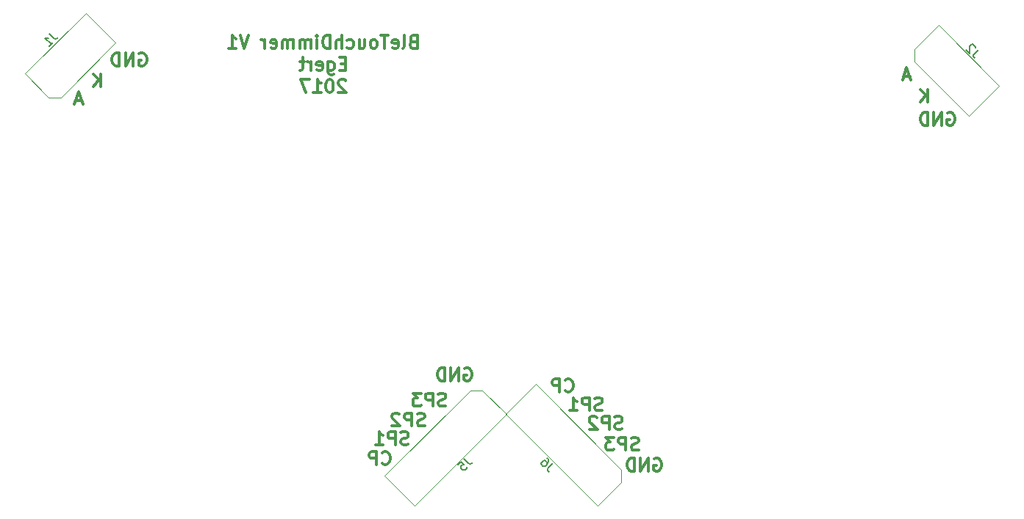
<source format=gbr>
%TF.GenerationSoftware,KiCad,Pcbnew,4.0.7*%
%TF.CreationDate,2017-11-04T21:18:15+02:00*%
%TF.ProjectId,BleTouchDimmer,426C65546F75636844696D6D65722E6B,rev?*%
%TF.FileFunction,Legend,Bot*%
%FSLAX46Y46*%
G04 Gerber Fmt 4.6, Leading zero omitted, Abs format (unit mm)*
G04 Created by KiCad (PCBNEW 4.0.7) date 11/04/17 21:18:15*
%MOMM*%
%LPD*%
G01*
G04 APERTURE LIST*
%ADD10C,0.100000*%
%ADD11C,0.300000*%
%ADD12C,0.120000*%
%ADD13C,0.150000*%
G04 APERTURE END LIST*
D10*
D11*
X150021427Y-66176857D02*
X149807141Y-66248286D01*
X149735713Y-66319714D01*
X149664284Y-66462571D01*
X149664284Y-66676857D01*
X149735713Y-66819714D01*
X149807141Y-66891143D01*
X149949999Y-66962571D01*
X150521427Y-66962571D01*
X150521427Y-65462571D01*
X150021427Y-65462571D01*
X149878570Y-65534000D01*
X149807141Y-65605429D01*
X149735713Y-65748286D01*
X149735713Y-65891143D01*
X149807141Y-66034000D01*
X149878570Y-66105429D01*
X150021427Y-66176857D01*
X150521427Y-66176857D01*
X148807141Y-66962571D02*
X148949999Y-66891143D01*
X149021427Y-66748286D01*
X149021427Y-65462571D01*
X147664285Y-66891143D02*
X147807142Y-66962571D01*
X148092856Y-66962571D01*
X148235713Y-66891143D01*
X148307142Y-66748286D01*
X148307142Y-66176857D01*
X148235713Y-66034000D01*
X148092856Y-65962571D01*
X147807142Y-65962571D01*
X147664285Y-66034000D01*
X147592856Y-66176857D01*
X147592856Y-66319714D01*
X148307142Y-66462571D01*
X147164285Y-65462571D02*
X146307142Y-65462571D01*
X146735713Y-66962571D02*
X146735713Y-65462571D01*
X145592856Y-66962571D02*
X145735714Y-66891143D01*
X145807142Y-66819714D01*
X145878571Y-66676857D01*
X145878571Y-66248286D01*
X145807142Y-66105429D01*
X145735714Y-66034000D01*
X145592856Y-65962571D01*
X145378571Y-65962571D01*
X145235714Y-66034000D01*
X145164285Y-66105429D01*
X145092856Y-66248286D01*
X145092856Y-66676857D01*
X145164285Y-66819714D01*
X145235714Y-66891143D01*
X145378571Y-66962571D01*
X145592856Y-66962571D01*
X143807142Y-65962571D02*
X143807142Y-66962571D01*
X144449999Y-65962571D02*
X144449999Y-66748286D01*
X144378571Y-66891143D01*
X144235713Y-66962571D01*
X144021428Y-66962571D01*
X143878571Y-66891143D01*
X143807142Y-66819714D01*
X142449999Y-66891143D02*
X142592856Y-66962571D01*
X142878570Y-66962571D01*
X143021428Y-66891143D01*
X143092856Y-66819714D01*
X143164285Y-66676857D01*
X143164285Y-66248286D01*
X143092856Y-66105429D01*
X143021428Y-66034000D01*
X142878570Y-65962571D01*
X142592856Y-65962571D01*
X142449999Y-66034000D01*
X141807142Y-66962571D02*
X141807142Y-65462571D01*
X141164285Y-66962571D02*
X141164285Y-66176857D01*
X141235714Y-66034000D01*
X141378571Y-65962571D01*
X141592856Y-65962571D01*
X141735714Y-66034000D01*
X141807142Y-66105429D01*
X140449999Y-66962571D02*
X140449999Y-65462571D01*
X140092856Y-65462571D01*
X139878571Y-65534000D01*
X139735713Y-65676857D01*
X139664285Y-65819714D01*
X139592856Y-66105429D01*
X139592856Y-66319714D01*
X139664285Y-66605429D01*
X139735713Y-66748286D01*
X139878571Y-66891143D01*
X140092856Y-66962571D01*
X140449999Y-66962571D01*
X138949999Y-66962571D02*
X138949999Y-65962571D01*
X138949999Y-65462571D02*
X139021428Y-65534000D01*
X138949999Y-65605429D01*
X138878571Y-65534000D01*
X138949999Y-65462571D01*
X138949999Y-65605429D01*
X138235713Y-66962571D02*
X138235713Y-65962571D01*
X138235713Y-66105429D02*
X138164285Y-66034000D01*
X138021427Y-65962571D01*
X137807142Y-65962571D01*
X137664285Y-66034000D01*
X137592856Y-66176857D01*
X137592856Y-66962571D01*
X137592856Y-66176857D02*
X137521427Y-66034000D01*
X137378570Y-65962571D01*
X137164285Y-65962571D01*
X137021427Y-66034000D01*
X136949999Y-66176857D01*
X136949999Y-66962571D01*
X136235713Y-66962571D02*
X136235713Y-65962571D01*
X136235713Y-66105429D02*
X136164285Y-66034000D01*
X136021427Y-65962571D01*
X135807142Y-65962571D01*
X135664285Y-66034000D01*
X135592856Y-66176857D01*
X135592856Y-66962571D01*
X135592856Y-66176857D02*
X135521427Y-66034000D01*
X135378570Y-65962571D01*
X135164285Y-65962571D01*
X135021427Y-66034000D01*
X134949999Y-66176857D01*
X134949999Y-66962571D01*
X133664285Y-66891143D02*
X133807142Y-66962571D01*
X134092856Y-66962571D01*
X134235713Y-66891143D01*
X134307142Y-66748286D01*
X134307142Y-66176857D01*
X134235713Y-66034000D01*
X134092856Y-65962571D01*
X133807142Y-65962571D01*
X133664285Y-66034000D01*
X133592856Y-66176857D01*
X133592856Y-66319714D01*
X134307142Y-66462571D01*
X132949999Y-66962571D02*
X132949999Y-65962571D01*
X132949999Y-66248286D02*
X132878571Y-66105429D01*
X132807142Y-66034000D01*
X132664285Y-65962571D01*
X132521428Y-65962571D01*
X131092857Y-65462571D02*
X130592857Y-66962571D01*
X130092857Y-65462571D01*
X128807143Y-66962571D02*
X129664286Y-66962571D01*
X129235714Y-66962571D02*
X129235714Y-65462571D01*
X129378571Y-65676857D01*
X129521429Y-65819714D01*
X129664286Y-65891143D01*
X142235714Y-68726857D02*
X141735714Y-68726857D01*
X141521428Y-69512571D02*
X142235714Y-69512571D01*
X142235714Y-68012571D01*
X141521428Y-68012571D01*
X140235714Y-68512571D02*
X140235714Y-69726857D01*
X140307143Y-69869714D01*
X140378571Y-69941143D01*
X140521428Y-70012571D01*
X140735714Y-70012571D01*
X140878571Y-69941143D01*
X140235714Y-69441143D02*
X140378571Y-69512571D01*
X140664285Y-69512571D01*
X140807143Y-69441143D01*
X140878571Y-69369714D01*
X140950000Y-69226857D01*
X140950000Y-68798286D01*
X140878571Y-68655429D01*
X140807143Y-68584000D01*
X140664285Y-68512571D01*
X140378571Y-68512571D01*
X140235714Y-68584000D01*
X138950000Y-69441143D02*
X139092857Y-69512571D01*
X139378571Y-69512571D01*
X139521428Y-69441143D01*
X139592857Y-69298286D01*
X139592857Y-68726857D01*
X139521428Y-68584000D01*
X139378571Y-68512571D01*
X139092857Y-68512571D01*
X138950000Y-68584000D01*
X138878571Y-68726857D01*
X138878571Y-68869714D01*
X139592857Y-69012571D01*
X138235714Y-69512571D02*
X138235714Y-68512571D01*
X138235714Y-68798286D02*
X138164286Y-68655429D01*
X138092857Y-68584000D01*
X137950000Y-68512571D01*
X137807143Y-68512571D01*
X137521429Y-68512571D02*
X136950000Y-68512571D01*
X137307143Y-68012571D02*
X137307143Y-69298286D01*
X137235715Y-69441143D01*
X137092857Y-69512571D01*
X136950000Y-69512571D01*
X142271428Y-70705429D02*
X142199999Y-70634000D01*
X142057142Y-70562571D01*
X141699999Y-70562571D01*
X141557142Y-70634000D01*
X141485713Y-70705429D01*
X141414285Y-70848286D01*
X141414285Y-70991143D01*
X141485713Y-71205429D01*
X142342856Y-72062571D01*
X141414285Y-72062571D01*
X140485714Y-70562571D02*
X140342857Y-70562571D01*
X140200000Y-70634000D01*
X140128571Y-70705429D01*
X140057142Y-70848286D01*
X139985714Y-71134000D01*
X139985714Y-71491143D01*
X140057142Y-71776857D01*
X140128571Y-71919714D01*
X140200000Y-71991143D01*
X140342857Y-72062571D01*
X140485714Y-72062571D01*
X140628571Y-71991143D01*
X140700000Y-71919714D01*
X140771428Y-71776857D01*
X140842857Y-71491143D01*
X140842857Y-71134000D01*
X140771428Y-70848286D01*
X140700000Y-70705429D01*
X140628571Y-70634000D01*
X140485714Y-70562571D01*
X138557143Y-72062571D02*
X139414286Y-72062571D01*
X138985714Y-72062571D02*
X138985714Y-70562571D01*
X139128571Y-70776857D01*
X139271429Y-70919714D01*
X139414286Y-70991143D01*
X138057143Y-70562571D02*
X137057143Y-70562571D01*
X137700000Y-72062571D01*
X153784857Y-108176143D02*
X153570571Y-108247571D01*
X153213428Y-108247571D01*
X153070571Y-108176143D01*
X152999142Y-108104714D01*
X152927714Y-107961857D01*
X152927714Y-107819000D01*
X152999142Y-107676143D01*
X153070571Y-107604714D01*
X153213428Y-107533286D01*
X153499142Y-107461857D01*
X153642000Y-107390429D01*
X153713428Y-107319000D01*
X153784857Y-107176143D01*
X153784857Y-107033286D01*
X153713428Y-106890429D01*
X153642000Y-106819000D01*
X153499142Y-106747571D01*
X153142000Y-106747571D01*
X152927714Y-106819000D01*
X152284857Y-108247571D02*
X152284857Y-106747571D01*
X151713429Y-106747571D01*
X151570571Y-106819000D01*
X151499143Y-106890429D01*
X151427714Y-107033286D01*
X151427714Y-107247571D01*
X151499143Y-107390429D01*
X151570571Y-107461857D01*
X151713429Y-107533286D01*
X152284857Y-107533286D01*
X150927714Y-106747571D02*
X149999143Y-106747571D01*
X150499143Y-107319000D01*
X150284857Y-107319000D01*
X150142000Y-107390429D01*
X150070571Y-107461857D01*
X149999143Y-107604714D01*
X149999143Y-107961857D01*
X150070571Y-108104714D01*
X150142000Y-108176143D01*
X150284857Y-108247571D01*
X150713429Y-108247571D01*
X150856286Y-108176143D01*
X150927714Y-108104714D01*
X151371857Y-110462143D02*
X151157571Y-110533571D01*
X150800428Y-110533571D01*
X150657571Y-110462143D01*
X150586142Y-110390714D01*
X150514714Y-110247857D01*
X150514714Y-110105000D01*
X150586142Y-109962143D01*
X150657571Y-109890714D01*
X150800428Y-109819286D01*
X151086142Y-109747857D01*
X151229000Y-109676429D01*
X151300428Y-109605000D01*
X151371857Y-109462143D01*
X151371857Y-109319286D01*
X151300428Y-109176429D01*
X151229000Y-109105000D01*
X151086142Y-109033571D01*
X150729000Y-109033571D01*
X150514714Y-109105000D01*
X149871857Y-110533571D02*
X149871857Y-109033571D01*
X149300429Y-109033571D01*
X149157571Y-109105000D01*
X149086143Y-109176429D01*
X149014714Y-109319286D01*
X149014714Y-109533571D01*
X149086143Y-109676429D01*
X149157571Y-109747857D01*
X149300429Y-109819286D01*
X149871857Y-109819286D01*
X148443286Y-109176429D02*
X148371857Y-109105000D01*
X148229000Y-109033571D01*
X147871857Y-109033571D01*
X147729000Y-109105000D01*
X147657571Y-109176429D01*
X147586143Y-109319286D01*
X147586143Y-109462143D01*
X147657571Y-109676429D01*
X148514714Y-110533571D01*
X147586143Y-110533571D01*
X149466857Y-112621143D02*
X149252571Y-112692571D01*
X148895428Y-112692571D01*
X148752571Y-112621143D01*
X148681142Y-112549714D01*
X148609714Y-112406857D01*
X148609714Y-112264000D01*
X148681142Y-112121143D01*
X148752571Y-112049714D01*
X148895428Y-111978286D01*
X149181142Y-111906857D01*
X149324000Y-111835429D01*
X149395428Y-111764000D01*
X149466857Y-111621143D01*
X149466857Y-111478286D01*
X149395428Y-111335429D01*
X149324000Y-111264000D01*
X149181142Y-111192571D01*
X148824000Y-111192571D01*
X148609714Y-111264000D01*
X147966857Y-112692571D02*
X147966857Y-111192571D01*
X147395429Y-111192571D01*
X147252571Y-111264000D01*
X147181143Y-111335429D01*
X147109714Y-111478286D01*
X147109714Y-111692571D01*
X147181143Y-111835429D01*
X147252571Y-111906857D01*
X147395429Y-111978286D01*
X147966857Y-111978286D01*
X145681143Y-112692571D02*
X146538286Y-112692571D01*
X146109714Y-112692571D02*
X146109714Y-111192571D01*
X146252571Y-111406857D01*
X146395429Y-111549714D01*
X146538286Y-111621143D01*
X146462714Y-114835714D02*
X146534143Y-114907143D01*
X146748429Y-114978571D01*
X146891286Y-114978571D01*
X147105571Y-114907143D01*
X147248429Y-114764286D01*
X147319857Y-114621429D01*
X147391286Y-114335714D01*
X147391286Y-114121429D01*
X147319857Y-113835714D01*
X147248429Y-113692857D01*
X147105571Y-113550000D01*
X146891286Y-113478571D01*
X146748429Y-113478571D01*
X146534143Y-113550000D01*
X146462714Y-113621429D01*
X145819857Y-114978571D02*
X145819857Y-113478571D01*
X145248429Y-113478571D01*
X145105571Y-113550000D01*
X145034143Y-113621429D01*
X144962714Y-113764286D01*
X144962714Y-113978571D01*
X145034143Y-114121429D01*
X145105571Y-114192857D01*
X145248429Y-114264286D01*
X145819857Y-114264286D01*
X167544714Y-106453714D02*
X167616143Y-106525143D01*
X167830429Y-106596571D01*
X167973286Y-106596571D01*
X168187571Y-106525143D01*
X168330429Y-106382286D01*
X168401857Y-106239429D01*
X168473286Y-105953714D01*
X168473286Y-105739429D01*
X168401857Y-105453714D01*
X168330429Y-105310857D01*
X168187571Y-105168000D01*
X167973286Y-105096571D01*
X167830429Y-105096571D01*
X167616143Y-105168000D01*
X167544714Y-105239429D01*
X166901857Y-106596571D02*
X166901857Y-105096571D01*
X166330429Y-105096571D01*
X166187571Y-105168000D01*
X166116143Y-105239429D01*
X166044714Y-105382286D01*
X166044714Y-105596571D01*
X166116143Y-105739429D01*
X166187571Y-105810857D01*
X166330429Y-105882286D01*
X166901857Y-105882286D01*
X171818857Y-108684143D02*
X171604571Y-108755571D01*
X171247428Y-108755571D01*
X171104571Y-108684143D01*
X171033142Y-108612714D01*
X170961714Y-108469857D01*
X170961714Y-108327000D01*
X171033142Y-108184143D01*
X171104571Y-108112714D01*
X171247428Y-108041286D01*
X171533142Y-107969857D01*
X171676000Y-107898429D01*
X171747428Y-107827000D01*
X171818857Y-107684143D01*
X171818857Y-107541286D01*
X171747428Y-107398429D01*
X171676000Y-107327000D01*
X171533142Y-107255571D01*
X171176000Y-107255571D01*
X170961714Y-107327000D01*
X170318857Y-108755571D02*
X170318857Y-107255571D01*
X169747429Y-107255571D01*
X169604571Y-107327000D01*
X169533143Y-107398429D01*
X169461714Y-107541286D01*
X169461714Y-107755571D01*
X169533143Y-107898429D01*
X169604571Y-107969857D01*
X169747429Y-108041286D01*
X170318857Y-108041286D01*
X168033143Y-108755571D02*
X168890286Y-108755571D01*
X168461714Y-108755571D02*
X168461714Y-107255571D01*
X168604571Y-107469857D01*
X168747429Y-107612714D01*
X168890286Y-107684143D01*
X174104857Y-110843143D02*
X173890571Y-110914571D01*
X173533428Y-110914571D01*
X173390571Y-110843143D01*
X173319142Y-110771714D01*
X173247714Y-110628857D01*
X173247714Y-110486000D01*
X173319142Y-110343143D01*
X173390571Y-110271714D01*
X173533428Y-110200286D01*
X173819142Y-110128857D01*
X173962000Y-110057429D01*
X174033428Y-109986000D01*
X174104857Y-109843143D01*
X174104857Y-109700286D01*
X174033428Y-109557429D01*
X173962000Y-109486000D01*
X173819142Y-109414571D01*
X173462000Y-109414571D01*
X173247714Y-109486000D01*
X172604857Y-110914571D02*
X172604857Y-109414571D01*
X172033429Y-109414571D01*
X171890571Y-109486000D01*
X171819143Y-109557429D01*
X171747714Y-109700286D01*
X171747714Y-109914571D01*
X171819143Y-110057429D01*
X171890571Y-110128857D01*
X172033429Y-110200286D01*
X172604857Y-110200286D01*
X171176286Y-109557429D02*
X171104857Y-109486000D01*
X170962000Y-109414571D01*
X170604857Y-109414571D01*
X170462000Y-109486000D01*
X170390571Y-109557429D01*
X170319143Y-109700286D01*
X170319143Y-109843143D01*
X170390571Y-110057429D01*
X171247714Y-110914571D01*
X170319143Y-110914571D01*
X176009857Y-113256143D02*
X175795571Y-113327571D01*
X175438428Y-113327571D01*
X175295571Y-113256143D01*
X175224142Y-113184714D01*
X175152714Y-113041857D01*
X175152714Y-112899000D01*
X175224142Y-112756143D01*
X175295571Y-112684714D01*
X175438428Y-112613286D01*
X175724142Y-112541857D01*
X175867000Y-112470429D01*
X175938428Y-112399000D01*
X176009857Y-112256143D01*
X176009857Y-112113286D01*
X175938428Y-111970429D01*
X175867000Y-111899000D01*
X175724142Y-111827571D01*
X175367000Y-111827571D01*
X175152714Y-111899000D01*
X174509857Y-113327571D02*
X174509857Y-111827571D01*
X173938429Y-111827571D01*
X173795571Y-111899000D01*
X173724143Y-111970429D01*
X173652714Y-112113286D01*
X173652714Y-112327571D01*
X173724143Y-112470429D01*
X173795571Y-112541857D01*
X173938429Y-112613286D01*
X174509857Y-112613286D01*
X173152714Y-111827571D02*
X172224143Y-111827571D01*
X172724143Y-112399000D01*
X172509857Y-112399000D01*
X172367000Y-112470429D01*
X172295571Y-112541857D01*
X172224143Y-112684714D01*
X172224143Y-113041857D01*
X172295571Y-113184714D01*
X172367000Y-113256143D01*
X172509857Y-113327571D01*
X172938429Y-113327571D01*
X173081286Y-113256143D01*
X173152714Y-113184714D01*
X207240143Y-70227000D02*
X206525857Y-70227000D01*
X207383000Y-70655571D02*
X206883000Y-69155571D01*
X206383000Y-70655571D01*
X209307857Y-73195571D02*
X209307857Y-71695571D01*
X208450714Y-73195571D02*
X209093571Y-72338429D01*
X208450714Y-71695571D02*
X209307857Y-72552714D01*
X114057857Y-71417571D02*
X114057857Y-69917571D01*
X113200714Y-71417571D02*
X113843571Y-70560429D01*
X113200714Y-69917571D02*
X114057857Y-70774714D01*
X111863143Y-73021000D02*
X111148857Y-73021000D01*
X112006000Y-73449571D02*
X111506000Y-71949571D01*
X111006000Y-73449571D01*
X177799857Y-114312000D02*
X177942714Y-114240571D01*
X178157000Y-114240571D01*
X178371285Y-114312000D01*
X178514143Y-114454857D01*
X178585571Y-114597714D01*
X178657000Y-114883429D01*
X178657000Y-115097714D01*
X178585571Y-115383429D01*
X178514143Y-115526286D01*
X178371285Y-115669143D01*
X178157000Y-115740571D01*
X178014143Y-115740571D01*
X177799857Y-115669143D01*
X177728428Y-115597714D01*
X177728428Y-115097714D01*
X178014143Y-115097714D01*
X177085571Y-115740571D02*
X177085571Y-114240571D01*
X176228428Y-115740571D01*
X176228428Y-114240571D01*
X175514142Y-115740571D02*
X175514142Y-114240571D01*
X175156999Y-114240571D01*
X174942714Y-114312000D01*
X174799856Y-114454857D01*
X174728428Y-114597714D01*
X174656999Y-114883429D01*
X174656999Y-115097714D01*
X174728428Y-115383429D01*
X174799856Y-115526286D01*
X174942714Y-115669143D01*
X175156999Y-115740571D01*
X175514142Y-115740571D01*
X155955857Y-103898000D02*
X156098714Y-103826571D01*
X156313000Y-103826571D01*
X156527285Y-103898000D01*
X156670143Y-104040857D01*
X156741571Y-104183714D01*
X156813000Y-104469429D01*
X156813000Y-104683714D01*
X156741571Y-104969429D01*
X156670143Y-105112286D01*
X156527285Y-105255143D01*
X156313000Y-105326571D01*
X156170143Y-105326571D01*
X155955857Y-105255143D01*
X155884428Y-105183714D01*
X155884428Y-104683714D01*
X156170143Y-104683714D01*
X155241571Y-105326571D02*
X155241571Y-103826571D01*
X154384428Y-105326571D01*
X154384428Y-103826571D01*
X153670142Y-105326571D02*
X153670142Y-103826571D01*
X153312999Y-103826571D01*
X153098714Y-103898000D01*
X152955856Y-104040857D01*
X152884428Y-104183714D01*
X152812999Y-104469429D01*
X152812999Y-104683714D01*
X152884428Y-104969429D01*
X152955856Y-105112286D01*
X153098714Y-105255143D01*
X153312999Y-105326571D01*
X153670142Y-105326571D01*
X211581857Y-74434000D02*
X211724714Y-74362571D01*
X211939000Y-74362571D01*
X212153285Y-74434000D01*
X212296143Y-74576857D01*
X212367571Y-74719714D01*
X212439000Y-75005429D01*
X212439000Y-75219714D01*
X212367571Y-75505429D01*
X212296143Y-75648286D01*
X212153285Y-75791143D01*
X211939000Y-75862571D01*
X211796143Y-75862571D01*
X211581857Y-75791143D01*
X211510428Y-75719714D01*
X211510428Y-75219714D01*
X211796143Y-75219714D01*
X210867571Y-75862571D02*
X210867571Y-74362571D01*
X210010428Y-75862571D01*
X210010428Y-74362571D01*
X209296142Y-75862571D02*
X209296142Y-74362571D01*
X208938999Y-74362571D01*
X208724714Y-74434000D01*
X208581856Y-74576857D01*
X208510428Y-74719714D01*
X208438999Y-75005429D01*
X208438999Y-75219714D01*
X208510428Y-75505429D01*
X208581856Y-75648286D01*
X208724714Y-75791143D01*
X208938999Y-75862571D01*
X209296142Y-75862571D01*
X118490857Y-67576000D02*
X118633714Y-67504571D01*
X118848000Y-67504571D01*
X119062285Y-67576000D01*
X119205143Y-67718857D01*
X119276571Y-67861714D01*
X119348000Y-68147429D01*
X119348000Y-68361714D01*
X119276571Y-68647429D01*
X119205143Y-68790286D01*
X119062285Y-68933143D01*
X118848000Y-69004571D01*
X118705143Y-69004571D01*
X118490857Y-68933143D01*
X118419428Y-68861714D01*
X118419428Y-68361714D01*
X118705143Y-68361714D01*
X117776571Y-69004571D02*
X117776571Y-67504571D01*
X116919428Y-69004571D01*
X116919428Y-67504571D01*
X116205142Y-69004571D02*
X116205142Y-67504571D01*
X115847999Y-67504571D01*
X115633714Y-67576000D01*
X115490856Y-67718857D01*
X115419428Y-67861714D01*
X115347999Y-68147429D01*
X115347999Y-68361714D01*
X115419428Y-68647429D01*
X115490856Y-68790286D01*
X115633714Y-68933143D01*
X115847999Y-69004571D01*
X116205142Y-69004571D01*
D12*
X105316023Y-69877914D02*
X112316381Y-62877557D01*
X108073740Y-72635631D02*
X105316023Y-69877914D01*
X115781204Y-66342381D02*
X109487953Y-72635631D01*
X112316381Y-62877557D02*
X115781204Y-66342381D01*
X109487953Y-72635631D02*
X108073740Y-72635631D01*
X207780369Y-68466953D02*
X207780369Y-67052740D01*
X217538443Y-71295381D02*
X214073619Y-74760204D01*
X214073619Y-74760204D02*
X207780369Y-68466953D01*
X207780369Y-67052740D02*
X210538086Y-64295023D01*
X210538086Y-64295023D02*
X217538443Y-71295381D01*
X160785079Y-109155983D02*
X150192619Y-119748443D01*
X158027363Y-106398267D02*
X160785079Y-109155983D01*
X146727796Y-116283619D02*
X156613149Y-106398267D01*
X150192619Y-119748443D02*
X146727796Y-116283619D01*
X156613149Y-106398267D02*
X158027363Y-106398267D01*
X174017733Y-115592149D02*
X174017733Y-117006363D01*
X160667557Y-109171619D02*
X164132381Y-105706796D01*
X164132381Y-105706796D02*
X174017733Y-115592149D01*
X174017733Y-117006363D02*
X171260017Y-119764079D01*
X171260017Y-119764079D02*
X160667557Y-109171619D01*
D13*
X108134349Y-65281047D02*
X108639425Y-65786123D01*
X108774113Y-65853466D01*
X108908800Y-65853466D01*
X109043487Y-65786123D01*
X109110830Y-65718779D01*
X108134349Y-66695260D02*
X108538410Y-66291199D01*
X108336380Y-66493229D02*
X107629273Y-65786123D01*
X107797632Y-65819794D01*
X107932319Y-65819794D01*
X108033334Y-65786123D01*
X215134953Y-67113349D02*
X214629877Y-67618425D01*
X214562534Y-67753113D01*
X214562534Y-67887800D01*
X214629877Y-68022487D01*
X214697221Y-68089830D01*
X214764564Y-66877647D02*
X214764564Y-66810303D01*
X214730893Y-66709288D01*
X214562533Y-66540929D01*
X214461518Y-66507257D01*
X214394175Y-66507257D01*
X214293159Y-66540929D01*
X214225816Y-66608272D01*
X214158473Y-66742959D01*
X214158473Y-67551082D01*
X213720740Y-67113349D01*
X155867656Y-114303047D02*
X156372732Y-114808123D01*
X156507420Y-114875466D01*
X156642107Y-114875466D01*
X156776794Y-114808123D01*
X156844137Y-114740779D01*
X155194221Y-114976482D02*
X155530939Y-114639764D01*
X155901328Y-114942810D01*
X155833984Y-114942810D01*
X155732969Y-114976481D01*
X155564610Y-115144841D01*
X155530938Y-115245856D01*
X155530938Y-115313199D01*
X155564610Y-115414215D01*
X155732969Y-115582574D01*
X155833984Y-115616245D01*
X155901328Y-115616245D01*
X156002343Y-115582574D01*
X156170702Y-115414214D01*
X156204374Y-115313199D01*
X156204374Y-115245856D01*
X166112953Y-114846656D02*
X165607877Y-115351732D01*
X165540534Y-115486420D01*
X165540534Y-115621107D01*
X165607877Y-115755794D01*
X165675221Y-115823137D01*
X165473190Y-114206893D02*
X165607877Y-114341580D01*
X165641549Y-114442595D01*
X165641549Y-114509939D01*
X165607877Y-114678297D01*
X165506862Y-114846656D01*
X165237488Y-115116030D01*
X165136473Y-115149702D01*
X165069129Y-115149702D01*
X164968114Y-115116030D01*
X164833426Y-114981343D01*
X164799755Y-114880328D01*
X164799755Y-114812984D01*
X164833426Y-114711969D01*
X165001785Y-114543610D01*
X165102801Y-114509938D01*
X165170144Y-114509938D01*
X165271159Y-114543610D01*
X165405847Y-114678297D01*
X165439519Y-114779312D01*
X165439519Y-114846656D01*
X165405846Y-114947672D01*
M02*

</source>
